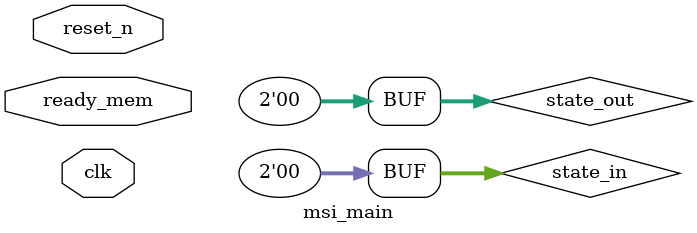
<source format=v>
module msi_main(
	input clk,reset_n,ready_mem
);
	wire core1_read, core2_read;//Cores outputs
	wire core1_write, core2_write;
	wire [7:0] core1_write_data;
	wire [15:0] core1_mem_adress;
	wire core1_read_data_found, core1_write_data_found;
	wire write_hit, read_hit, write_miss, read_miss;
	wire [1:0] state_in, state_out;
	
	
	wire [15:0] cache1_ask_mem_address;
	wire [7:0]cache1_address_out_mem_cpu, cache1_address_out_mem_bus;
	wire [15:0]cache1_bus_reply_data_found, cache2_bus_reply_data_found;
	wire [15:0] cache1_data_out_cpu, cache1_data_out_mem_cpu;//connections for Caches outputs
	wire [15:0] cache1_bus_reply_data_delivery, cache2_bus_reply_data_delivery, cache1_data_out_cpu, cache2_data_out_cpu, cache1_data_out_mem_cpu, cache1_data_out_mem_bus, cache2_data_out_mem_cpu, cache2_data_out_mem_bus;//connections for Caches outputs

	
	  assign state_in = 2'b0;
	  assign state_out = 2'b0;
	  
	//reg [15:0]data_mem = 4'b00;
	
	
	wire [7:0] mem_readed1, mem_readed2;//Mem outs
	ProcessorCoreA _CORE1_(//cada um com suas instrucoes separadas
		.clk(clk),
		.fetched_data(cache1_data_out_cpu),
		.read(core1_read),
		.write(core1_write),
		.write_data(core1_write_data),
		.address(core1_mem_adress)
	);
     cache_2wsa _CORE_CACHE(// #(16, 32, 32, 4, 8, 1, 1, 1, 11) _CORE1_CACHE_(
	   .clock(clk),
	   .reset_n(reset_n),
	   .data_cpu(core1_write_data),
	   //.data_mem(core1_write_data),
	   
	   .addr_cpu(core1_mem_adress),
	   //.addr_mem(core1_mem_adress),
	   
	   .rd_cpu(core1_read),
	   .wr_cpu(core1_write),
	   
	   .rd_mem(core1_read_data_found),
	   .wr_mem(core1_write_data_found),
	   
	   .ready_mem(ready_mem)
   );
   
     assign write_hit = (core1_write == 1 & core1_write_data_found == 0) ? 1 : 0;
     assign write_miss = (core1_write == 1 & core1_write_data_found == 1) ? 1 : 0;
     assign read_hit = (core1_read == 1 & core1_read_data_found == 0) ? 1 : 0;
     assign read_miss = (core1_read== 1 & core1_read_data_found == 1) ? 1 : 0; 
     
     W0_tag_read_write _W0_T_M(
      .clock(clk),
      .addr(core1_mem_adress),
      .MSI_state_in(state_out),
      .MSI_state_out(state_in)
      );
        
   
   FSM_MSI_CPU_requests_controller _CTRL_R_(
		.CPU_state_in(state_out),
		.cpu_write_hit(write_hit),.cpu_read_hit(read_hit),
		.cpu_write_miss(write_miss),.cpu_read_miss(read_miss),
		//send to mem //<-outputs:
		.CPU_state_next(state_in)//used in block
		//.bus_next(bus_reply)//writen on bus
	);
	
	
	/*cache_directlyMapped_32x21bits _CORE1_CACHE_(
		.clk(clk),.core(1'b0),

		.read(core1_read),
		.write(core1_write),
		.write_data(core1_write_data),
		.mem_address(core1_mem_adress),

		//.bus_requests(cache2_bus_reply),
		//.bus_request_mem_address(cache2_ask_mem_address),

		//.bus_data_found(cache2_bus_reply_data_found),
		//.bus_data_delivery(cache2_bus_reply_data_delivery),

		.mem_data_delivery(mem_readed1),

		.cpu_write_back(cache1_write_back_cpu),//<-outputs:
		//.bus_write_back(cache1_write_back_bus),
		.data_out_cpu(cache1_data_out_cpu),
		.data_out_mem_cpu(cache1_data_out_mem_cpu),
		//.data_out_mem_bus(cache1_data_out_mem_bus),
		.address_out_mem_cpu(cache1_address_out_mem_cpu),
	//	.address_out_mem_bus(cache1_address_out_mem_bus),

	//	.bus_reply_abort_mem_access(cache1_bus_reply_data_found),
	//	.bus_reply_data_found(cache1_bus_reply_data_delivery),

		.ask_mem_address(cache1_ask_mem_address)
	//	.bus_reply(cache1_bus_reply)
	);*/
	
/*	memory512x16bits _RAM_(
		.clk(clk),
		.address_read1(cache1_ask_mem_address), 
		.write1(core1_write), 
		.address_write1(cache1_ask_mem_address),
		.data_write1(core1_write_data), 
		.readed1(mem_readed1)	
	);*/
endmodule

</source>
